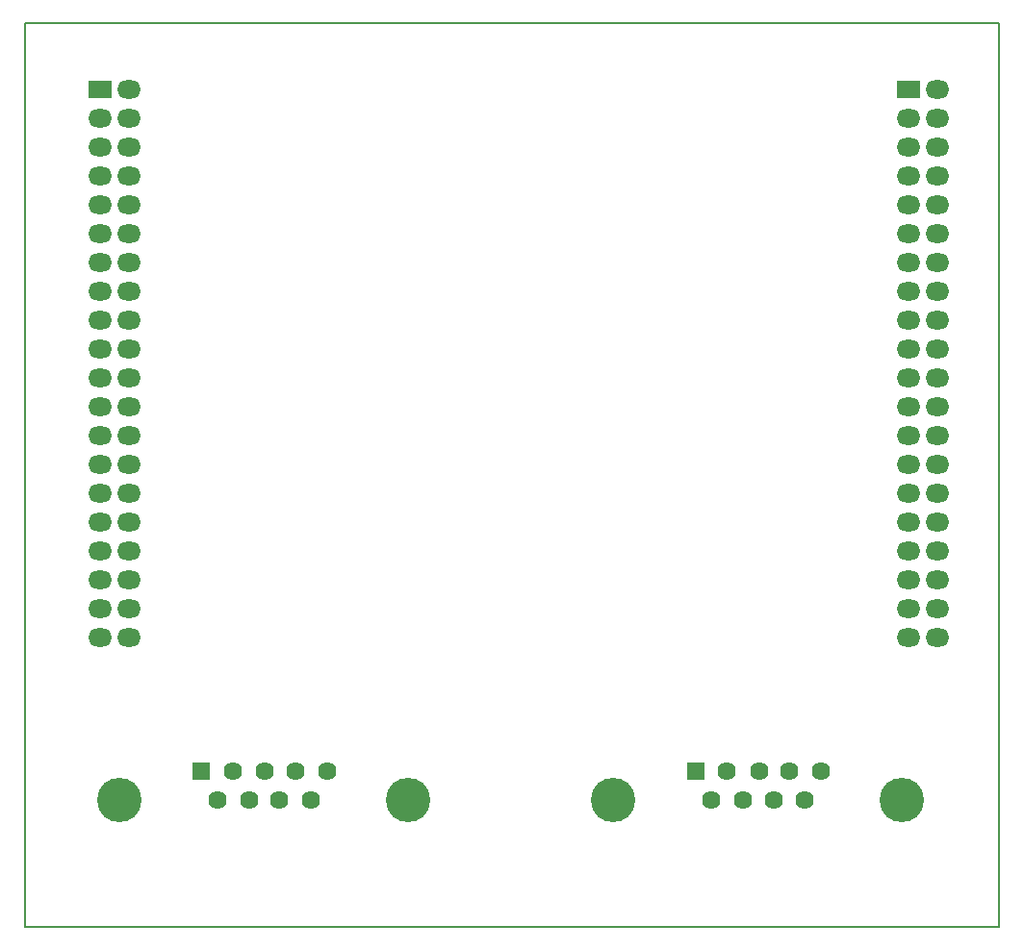
<source format=gbr>
G04 #@! TF.FileFunction,Soldermask,Bot*
%FSLAX46Y46*%
G04 Gerber Fmt 4.6, Leading zero omitted, Abs format (unit mm)*
G04 Created by KiCad (PCBNEW 4.0.7-e2-6376~58~ubuntu16.04.1) date Tue Nov 20 12:23:16 2018*
%MOMM*%
%LPD*%
G01*
G04 APERTURE LIST*
%ADD10C,0.100000*%
%ADD11C,0.150000*%
%ADD12C,3.910000*%
%ADD13R,1.620000X1.620000*%
%ADD14C,1.620000*%
%ADD15R,2.100000X1.624000*%
%ADD16O,2.100000X1.624000*%
G04 APERTURE END LIST*
D10*
D11*
X151500000Y-133950000D02*
X65800000Y-133950000D01*
X65800000Y-133950000D02*
X65800000Y-54395000D01*
X151500000Y-54395000D02*
X151500000Y-133950000D01*
X65800000Y-54395000D02*
X151500000Y-54395000D01*
D12*
X117510000Y-122850000D03*
X142910000Y-122850000D03*
D13*
X124750000Y-120310000D03*
D14*
X127540000Y-120310000D03*
X130340000Y-120310000D03*
X133000000Y-120310000D03*
X135800000Y-120310000D03*
X134400000Y-122850000D03*
X131610000Y-122850000D03*
X128940000Y-122850000D03*
X126150000Y-122850000D03*
D12*
X74050000Y-122850000D03*
X99450000Y-122850000D03*
D13*
X81290000Y-120310000D03*
D14*
X84080000Y-120310000D03*
X86880000Y-120310000D03*
X89540000Y-120310000D03*
X92340000Y-120310000D03*
X90940000Y-122850000D03*
X88150000Y-122850000D03*
X85480000Y-122850000D03*
X82690000Y-122850000D03*
D15*
X143520000Y-60210000D03*
D16*
X146060000Y-60210000D03*
X143520000Y-72910000D03*
X146060000Y-62750000D03*
X143520000Y-75450000D03*
X146060000Y-65290000D03*
X143520000Y-77990000D03*
X146060000Y-67830000D03*
X143520000Y-80530000D03*
X146060000Y-70370000D03*
X143520000Y-83070000D03*
X146060000Y-72910000D03*
X143520000Y-85610000D03*
X146060000Y-75450000D03*
X143520000Y-88150000D03*
X146060000Y-77990000D03*
X143520000Y-90690000D03*
X146060000Y-80530000D03*
X143520000Y-93230000D03*
X146060000Y-83070000D03*
X143520000Y-95770000D03*
X146060000Y-85610000D03*
X143520000Y-98310000D03*
X146060000Y-88150000D03*
X146060000Y-90690000D03*
X143520000Y-100850000D03*
X146060000Y-93230000D03*
X146060000Y-98310000D03*
X146060000Y-100850000D03*
X146060000Y-103390000D03*
X146060000Y-105930000D03*
X143520000Y-103390000D03*
X143520000Y-105930000D03*
X143520000Y-62750000D03*
X143520000Y-65290000D03*
X143520000Y-67830000D03*
X143520000Y-70370000D03*
X143520000Y-108470000D03*
X146060000Y-108470000D03*
X146060000Y-95770000D03*
D15*
X72400000Y-60210000D03*
D16*
X74940000Y-60210000D03*
X72400000Y-62750000D03*
X74940000Y-62750000D03*
X72400000Y-65290000D03*
X74940000Y-65290000D03*
X72400000Y-67830000D03*
X74940000Y-67830000D03*
X72400000Y-70370000D03*
X74940000Y-70370000D03*
X72400000Y-72910000D03*
X74940000Y-72910000D03*
X72400000Y-75450000D03*
X74940000Y-75450000D03*
X72400000Y-77990000D03*
X74940000Y-77990000D03*
X72400000Y-80530000D03*
X74940000Y-80530000D03*
X72400000Y-83070000D03*
X74940000Y-83070000D03*
X72400000Y-85610000D03*
X74940000Y-85610000D03*
X72400000Y-88150000D03*
X74940000Y-88150000D03*
X72400000Y-90690000D03*
X74940000Y-90690000D03*
X72400000Y-93230000D03*
X74940000Y-93230000D03*
X72400000Y-95770000D03*
X74940000Y-95770000D03*
X72400000Y-98310000D03*
X74940000Y-98310000D03*
X72400000Y-100850000D03*
X74940000Y-100850000D03*
X72400000Y-103390000D03*
X74940000Y-103390000D03*
X72400000Y-105930000D03*
X74940000Y-105930000D03*
X72400000Y-108470000D03*
X74940000Y-108470000D03*
M02*

</source>
